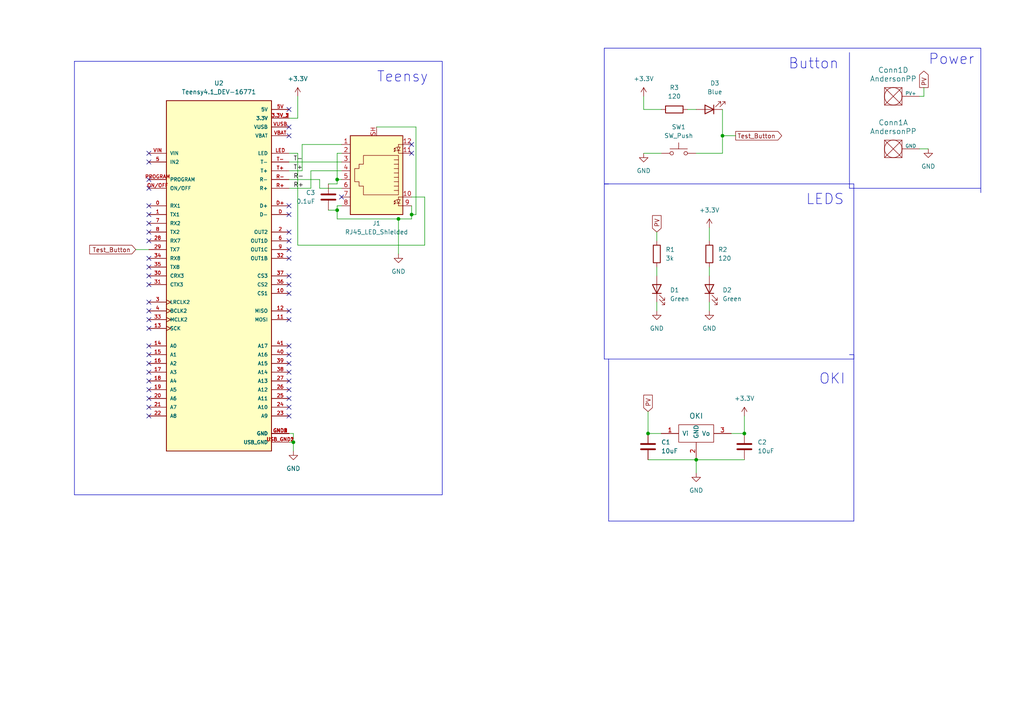
<source format=kicad_sch>
(kicad_sch (version 20230121) (generator eeschema)
  (paper "A4")
  (lib_symbols
    (symbol "Connector:RJ45_LED_Shielded" (pin_names (offset 1.016))
      (property "Reference" "J" (at -5.08 13.97 0))
      (property "Value" "RJ45_LED_Shielded" (at 1.27 13.97 0))
      (symbol "RJ45_LED_Shielded_0_1"
        (polyline (pts (xy -7.62 -7.62) (xy -6.35 -7.62)))
        (polyline (pts (xy -7.62 -5.08) (xy -6.35 -5.08)))
        (polyline (pts (xy -7.62 7.62) (xy -6.35 7.62)))
        (polyline (pts (xy -7.62 10.16) (xy -6.35 10.16)))
        (polyline (pts (xy -6.858 -5.842) (xy -5.842 -5.842)))
        (polyline (pts (xy -6.858 9.398) (xy -5.842 9.398)))
        (polyline (pts (xy -6.35 -7.62) (xy -6.35 -6.858)))
        (polyline (pts (xy -6.35 -5.08) (xy -6.35 -5.842)))
        (polyline (pts (xy -6.35 7.62) (xy -6.35 8.382)))
        (polyline (pts (xy -6.35 10.16) (xy -6.35 9.398)))
        (polyline (pts (xy -5.08 -6.223) (xy -5.207 -6.604)))
        (polyline (pts (xy -5.08 -5.588) (xy -5.207 -5.969)))
        (polyline (pts (xy -5.08 4.445) (xy -6.35 4.445)))
        (polyline (pts (xy -5.08 5.715) (xy -6.35 5.715)))
        (polyline (pts (xy -5.08 9.017) (xy -5.207 8.636)))
        (polyline (pts (xy -5.08 9.652) (xy -5.207 9.271)))
        (polyline (pts (xy -6.35 -3.175) (xy -5.08 -3.175) (xy -5.08 -3.175)))
        (polyline (pts (xy -6.35 -1.905) (xy -5.08 -1.905) (xy -5.08 -1.905)))
        (polyline (pts (xy -6.35 -0.635) (xy -5.08 -0.635) (xy -5.08 -0.635)))
        (polyline (pts (xy -6.35 0.635) (xy -5.08 0.635) (xy -5.08 0.635)))
        (polyline (pts (xy -6.35 1.905) (xy -5.08 1.905) (xy -5.08 1.905)))
        (polyline (pts (xy -5.588 -6.731) (xy -5.08 -6.223) (xy -5.461 -6.35)))
        (polyline (pts (xy -5.588 -6.096) (xy -5.08 -5.588) (xy -5.461 -5.715)))
        (polyline (pts (xy -5.588 8.509) (xy -5.08 9.017) (xy -5.461 8.89)))
        (polyline (pts (xy -5.588 9.144) (xy -5.08 9.652) (xy -5.461 9.525)))
        (polyline (pts (xy -5.08 3.175) (xy -6.35 3.175) (xy -6.35 3.175)))
        (polyline (pts (xy -6.35 -5.842) (xy -6.858 -6.858) (xy -5.842 -6.858) (xy -6.35 -5.842)))
        (polyline (pts (xy -6.35 9.398) (xy -6.858 8.382) (xy -5.842 8.382) (xy -6.35 9.398)))
        (polyline (pts (xy -6.35 -4.445) (xy -6.35 6.985) (xy 3.81 6.985) (xy 3.81 4.445) (xy 5.08 4.445) (xy 5.08 3.175) (xy 6.35 3.175) (xy 6.35 -0.635) (xy 5.08 -0.635) (xy 5.08 -1.905) (xy 3.81 -1.905) (xy 3.81 -4.445) (xy -6.35 -4.445) (xy -6.35 -4.445)))
        (rectangle (start 7.62 12.7) (end -7.62 -10.16) (stroke (width 0.254)) (fill (type background)))
      )
      (symbol "RJ45_LED_Shielded_1_1"
        (pin passive line (at 10.16 -7.62 180) (length 2.54) (name "~") (number "1"))
        (pin passive line (at -10.16 7.62 0) (length 2.54) (name "~") (number "10"))
        (pin passive line (at -10.16 -5.08 0) (length 2.54) (name "~") (number "11"))
        (pin passive line (at -10.16 -7.62 0) (length 2.54) (name "~") (number "12"))
        (pin passive line (at 10.16 -5.08 180) (length 2.54) (name "~") (number "2"))
        (pin passive line (at 10.16 -2.54 180) (length 2.54) (name "~") (number "3"))
        (pin passive line (at 10.16 0 180) (length 2.54) (name "~") (number "4"))
        (pin passive line (at 10.16 2.54 180) (length 2.54) (name "~") (number "5"))
        (pin passive line (at 10.16 5.08 180) (length 2.54) (name "~") (number "6"))
        (pin passive line (at 10.16 7.62 180) (length 2.54) (name "~") (number "7"))
        (pin passive line (at 10.16 10.16 180) (length 2.54) (name "~") (number "8"))
        (pin passive line (at -10.16 10.16 0) (length 2.54) (name "~") (number "9"))
        (pin passive line (at 0 -12.7 90) (length 2.54) (name "~") (number "SH"))
      )
    )
    (symbol "Device:C" (pin_numbers hide) (pin_names (offset 0.254))
      (property "Reference" "C" (at 0.635 2.54 0))
      (property "Value" "C" (at 0.635 -2.54 0))
      (symbol "C_0_1"
        (polyline (pts (xy -2.032 -0.762) (xy 2.032 -0.762)) (stroke (width 0.508)))
        (polyline (pts (xy -2.032 0.762) (xy 2.032 0.762)) (stroke (width 0.508)))
      )
      (symbol "C_1_1"
        (pin passive line (at 0 3.81 270) (length 2.794) (name "~") (number "1"))
        (pin passive line (at 0 -3.81 90) (length 2.794) (name "~") (number "2"))
      )
    )
    (symbol "Device:LED" (pin_numbers hide) (pin_names (offset 1.016) hide)
      (property "Reference" "D" (at 0 2.54 0))
      (property "Value" "LED" (at 0 -2.54 0))
      (symbol "LED_0_1"
        (polyline (pts (xy -1.27 -1.27) (xy -1.27 1.27)) (stroke (width 0.254)))
        (polyline (pts (xy -1.27 0) (xy 1.27 0)))
        (polyline (pts (xy 1.27 -1.27) (xy 1.27 1.27) (xy -1.27 0) (xy 1.27 -1.27)) (stroke (width 0.254)))
        (polyline (pts (xy -3.048 -0.762) (xy -4.572 -2.286) (xy -3.81 -2.286) (xy -4.572 -2.286) (xy -4.572 -1.524)))
        (polyline (pts (xy -1.778 -0.762) (xy -3.302 -2.286) (xy -2.54 -2.286) (xy -3.302 -2.286) (xy -3.302 -1.524)))
      )
      (symbol "LED_1_1"
        (pin passive line (at -3.81 0 0) (length 2.54) (name "K") (number "1"))
        (pin passive line (at 3.81 0 180) (length 2.54) (name "A") (number "2"))
      )
    )
    (symbol "Device:R" (pin_numbers hide) (pin_names (offset 0))
      (property "Reference" "R" (at 2.032 0 90))
      (property "Value" "R" (at 0 0 90))
      (symbol "R_0_1"
        (rectangle (start -1.016 -2.54) (end 1.016 2.54) (stroke (width 0.254)))
      )
      (symbol "R_1_1"
        (pin passive line (at 0 3.81 270) (length 1.27) (name "~") (number "1"))
        (pin passive line (at 0 -3.81 90) (length 1.27) (name "~") (number "2"))
      )
    )
    (symbol "MRDT_Connectors:AndersonPP" (pin_numbers hide) (pin_names (offset 0))
      (property "Reference" "Conn" (at 3.81 -1.27 0))
      (property "Value" "AndersonPP" (at 2.54 6.35 0))
      (symbol "AndersonPP_0_1"
        (polyline (pts (xy 0 5.08) (xy 5.08 0)))
        (polyline (pts (xy 5.08 5.08) (xy 0 0)))
        (rectangle (start 0 0) (end 5.08 5.08))
        (circle (center 2.54 2.54) (radius 2.54))
      )
      (symbol "AndersonPP_1_1"
        (pin input line (at 10.16 2.54 180) (length 5.08) (name "GND") (number "1"))
      )
      (symbol "AndersonPP_2_1"
        (pin input line (at 10.16 2.54 180) (length 5.08) (name "V+Log") (number "2"))
      )
      (symbol "AndersonPP_3_1"
        (pin input line (at 10.16 2.54 180) (length 5.08) (name "V+Act") (number "3"))
      )
      (symbol "AndersonPP_4_1"
        (pin input line (at 10.16 2.54 180) (length 5.08) (name "PV+") (number "4"))
      )
      (symbol "AndersonPP_5_1"
        (pin input line (at 10.16 2.54 180) (length 5.08) (name "~") (number "1"))
      )
    )
    (symbol "MRDT_Devices:OKI" (pin_names (offset 1.016))
      (property "Value" "OKI" (at 5.08 6.35 0))
      (symbol "OKI_0_1"
        (rectangle (start 0 0) (end 10.16 5.08))
      )
      (symbol "OKI_1_1"
        (pin input line (at -5.08 2.54 0) (length 5.08) (name "Vi") (number "1"))
        (pin output line (at 5.08 -5.08 90) (length 5.08) (name "GND") (number "2"))
        (pin output line (at 15.24 2.54 180) (length 5.08) (name "Vo") (number "3"))
      )
    )
    (symbol "MRDT_Shields:Teensy4.1_DEV-16771" (pin_names (offset 1.016))
      (property "Reference" "U" (at -15.24 52.07 0))
      (property "Value" "Teensy4.1_DEV-16771" (at -15.24 -53.34 0))
      (symbol "Teensy4.1_DEV-16771_0_0"
        (rectangle (start -15.24 -50.8) (end 15.24 50.8) (stroke (width 0.254)) (fill (type background)))
        (pin bidirectional line (at -20.32 20.32 0) (length 5.08) (name "RX1") (number "0"))
        (pin bidirectional line (at -20.32 17.78 0) (length 5.08) (name "TX1") (number "1"))
        (pin bidirectional line (at 20.32 -5.08 180) (length 5.08) (name "CS1") (number "10"))
        (pin bidirectional line (at 20.32 -12.7 180) (length 5.08) (name "MOSI") (number "11"))
        (pin bidirectional line (at 20.32 -10.16 180) (length 5.08) (name "MISO") (number "12"))
        (pin bidirectional clock (at -20.32 -15.24 0) (length 5.08) (name "SCK") (number "13"))
        (pin bidirectional line (at -20.32 -20.32 0) (length 5.08) (name "A0") (number "14"))
        (pin bidirectional line (at -20.32 -22.86 0) (length 5.08) (name "A1") (number "15"))
        (pin bidirectional line (at -20.32 -25.4 0) (length 5.08) (name "A2") (number "16"))
        (pin bidirectional line (at -20.32 -27.94 0) (length 5.08) (name "A3") (number "17"))
        (pin bidirectional line (at -20.32 -30.48 0) (length 5.08) (name "A4") (number "18"))
        (pin bidirectional line (at -20.32 -33.02 0) (length 5.08) (name "A5") (number "19"))
        (pin output line (at 20.32 12.7 180) (length 5.08) (name "OUT2") (number "2"))
        (pin bidirectional line (at -20.32 -35.56 0) (length 5.08) (name "A6") (number "20"))
        (pin bidirectional line (at -20.32 -38.1 0) (length 5.08) (name "A7") (number "21"))
        (pin bidirectional line (at -20.32 -40.64 0) (length 5.08) (name "A8") (number "22"))
        (pin bidirectional line (at 20.32 -40.64 180) (length 5.08) (name "A9") (number "23"))
        (pin bidirectional line (at 20.32 -38.1 180) (length 5.08) (name "A10") (number "24"))
        (pin bidirectional line (at 20.32 -35.56 180) (length 5.08) (name "A11") (number "25"))
        (pin bidirectional line (at 20.32 -33.02 180) (length 5.08) (name "A12") (number "26"))
        (pin bidirectional line (at 20.32 -30.48 180) (length 5.08) (name "A13") (number "27"))
        (pin bidirectional line (at -20.32 10.16 0) (length 5.08) (name "RX7") (number "28"))
        (pin bidirectional line (at -20.32 7.62 0) (length 5.08) (name "TX7") (number "29"))
        (pin bidirectional clock (at -20.32 -7.62 0) (length 5.08) (name "LRCLK2") (number "3"))
        (pin power_in line (at 20.32 45.72 180) (length 5.08) (name "3.3V") (number "3.3V_1"))
        (pin power_in line (at 20.32 45.72 180) (length 5.08) (name "3.3V") (number "3.3V_2"))
        (pin power_in line (at 20.32 45.72 180) (length 5.08) (name "3.3V") (number "3.3V_3"))
        (pin bidirectional line (at -20.32 0 0) (length 5.08) (name "CRX3") (number "30"))
        (pin bidirectional line (at -20.32 -2.54 0) (length 5.08) (name "CTX3") (number "31"))
        (pin output line (at 20.32 5.08 180) (length 5.08) (name "OUT1B") (number "32"))
        (pin bidirectional clock (at -20.32 -12.7 0) (length 5.08) (name "MCLK2") (number "33"))
        (pin bidirectional line (at -20.32 5.08 0) (length 5.08) (name "RX8") (number "34"))
        (pin bidirectional line (at -20.32 2.54 0) (length 5.08) (name "TX8") (number "35"))
        (pin bidirectional line (at 20.32 -2.54 180) (length 5.08) (name "CS2") (number "36"))
        (pin bidirectional line (at 20.32 0 180) (length 5.08) (name "CS3") (number "37"))
        (pin bidirectional line (at 20.32 -27.94 180) (length 5.08) (name "A14") (number "38"))
        (pin bidirectional line (at 20.32 -25.4 180) (length 5.08) (name "A15") (number "39"))
        (pin bidirectional clock (at -20.32 -10.16 0) (length 5.08) (name "BCLK2") (number "4"))
        (pin bidirectional line (at 20.32 -22.86 180) (length 5.08) (name "A16") (number "40"))
        (pin bidirectional line (at 20.32 -20.32 180) (length 5.08) (name "A17") (number "41"))
        (pin bidirectional line (at -20.32 33.02 0) (length 5.08) (name "IN2") (number "5"))
        (pin power_in line (at 20.32 48.26 180) (length 5.08) (name "5V") (number "5V"))
        (pin output line (at 20.32 10.16 180) (length 5.08) (name "OUT1D") (number "6"))
        (pin bidirectional line (at -20.32 15.24 0) (length 5.08) (name "RX2") (number "7"))
        (pin bidirectional line (at -20.32 12.7 0) (length 5.08) (name "TX2") (number "8"))
        (pin output line (at 20.32 7.62 180) (length 5.08) (name "OUT1C") (number "9"))
        (pin bidirectional line (at 20.32 17.78 180) (length 5.08) (name "D-") (number "D"))
        (pin bidirectional line (at 20.32 20.32 180) (length 5.08) (name "D+") (number "D+"))
        (pin power_in line (at 20.32 -45.72 180) (length 5.08) (name "GND") (number "GND1"))
        (pin power_in line (at 20.32 -45.72 180) (length 5.08) (name "GND") (number "GND2"))
        (pin power_in line (at 20.32 -45.72 180) (length 5.08) (name "GND") (number "GND3"))
        (pin power_in line (at 20.32 -45.72 180) (length 5.08) (name "GND") (number "GND4"))
        (pin power_in line (at 20.32 -45.72 180) (length 5.08) (name "GND") (number "GND5"))
        (pin bidirectional line (at 20.32 35.56 180) (length 5.08) (name "LED") (number "LED"))
        (pin bidirectional line (at -20.32 25.4 0) (length 5.08) (name "ON/OFF") (number "ON/OFF"))
        (pin bidirectional line (at -20.32 27.94 0) (length 5.08) (name "PROGRAM") (number "PROGRAM"))
        (pin bidirectional line (at 20.32 25.4 180) (length 5.08) (name "R+") (number "R+"))
        (pin bidirectional line (at 20.32 27.94 180) (length 5.08) (name "R-") (number "R-"))
        (pin bidirectional line (at 20.32 30.48 180) (length 5.08) (name "T+") (number "T+"))
        (pin bidirectional line (at 20.32 33.02 180) (length 5.08) (name "T-") (number "T-"))
        (pin power_in line (at 20.32 -48.26 180) (length 5.08) (name "USB_GND") (number "USB_GND1"))
        (pin power_in line (at 20.32 -48.26 180) (length 5.08) (name "USB_GND") (number "USB_GND2"))
        (pin passive line (at 20.32 40.64 180) (length 5.08) (name "VBAT") (number "VBAT"))
        (pin input line (at -20.32 35.56 0) (length 5.08) (name "VIN") (number "VIN"))
        (pin passive line (at 20.32 43.18 180) (length 5.08) (name "VUSB") (number "VUSB"))
      )
    )
    (symbol "Switch:SW_Push" (pin_numbers hide) (pin_names (offset 1.016) hide)
      (property "Reference" "SW" (at 1.27 2.54 0))
      (property "Value" "SW_Push" (at 0 -1.524 0))
      (symbol "SW_Push_0_1"
        (circle (center -2.032 0) (radius 0.508))
        (polyline (pts (xy 0 1.27) (xy 0 3.048)))
        (polyline (pts (xy 2.54 1.27) (xy -2.54 1.27)))
        (circle (center 2.032 0) (radius 0.508))
        (pin passive line (at -5.08 0 0) (length 2.54) (name "1") (number "1"))
        (pin passive line (at 5.08 0 180) (length 2.54) (name "2") (number "2"))
      )
    )
    (symbol "power:+3.3V" (power) (pin_names (offset 0))
      (property "Value" "+3.3V" (at 0 3.556 0))
      (symbol "+3.3V_0_1"
        (polyline (pts (xy -0.762 1.27) (xy 0 2.54)))
        (polyline (pts (xy 0 0) (xy 0 2.54)))
        (polyline (pts (xy 0 2.54) (xy 0.762 1.27)))
      )
      (symbol "+3.3V_1_1"
        (pin power_in line (at 0 0 90) (length 0) hide (name "+3.3V") (number "1"))
      )
    )
    (symbol "power:GND" (power) (pin_names (offset 0))
      (property "Value" "GND" (at 0 -3.81 0))
      (symbol "GND_0_1"
        (polyline (pts (xy 0 0) (xy 0 -1.27) (xy 1.27 -1.27) (xy 0 -2.54) (xy -1.27 -1.27) (xy 0 -1.27)))
      )
      (symbol "GND_1_1"
        (pin power_in line (at 0 0 270) (length 0) hide (name "GND") (number "1"))
      )
    )
  )
  (junction (at 187.96 125.73))
  (junction (at 201.93 133.35))
  (junction (at 215.9 125.73))
  (junction (at 85.09 128.27))
  (junction (at 115.57 63.5))
  (junction (at 97.79 60.96))
  (junction (at 97.79 52.07))
  (junction (at 209.55 39.37))
  (junction (at 119.38 62.23))
  (no_connect (at 83.82 90.17))
  (no_connect (at 83.82 102.87))
  (no_connect (at 83.82 85.09))
  (no_connect (at 83.82 115.57))
  (no_connect (at 43.18 46.99))
  (no_connect (at 83.82 82.55))
  (no_connect (at 83.82 31.75))
  (no_connect (at 83.82 69.85))
  (no_connect (at 83.82 110.49))
  (no_connect (at 43.18 90.17))
  (no_connect (at 83.82 105.41))
  (no_connect (at 83.82 113.03))
  (no_connect (at 83.82 59.69))
  (no_connect (at 43.18 52.07))
  (no_connect (at 43.18 113.03))
  (no_connect (at 99.06 57.15))
  (no_connect (at 83.82 107.95))
  (no_connect (at 83.82 74.93))
  (no_connect (at 43.18 62.23))
  (no_connect (at 43.18 80.01))
  (no_connect (at 43.18 74.93))
  (no_connect (at 119.38 44.45))
  (no_connect (at 119.38 41.91))
  (no_connect (at 43.18 100.33))
  (no_connect (at 83.82 62.23))
  (no_connect (at 43.18 105.41))
  (no_connect (at 43.18 44.45))
  (no_connect (at 83.82 72.39))
  (no_connect (at 43.18 115.57))
  (no_connect (at 83.82 92.71))
  (no_connect (at 43.18 120.65))
  (no_connect (at 43.18 110.49))
  (no_connect (at 43.18 69.85))
  (no_connect (at 83.82 100.33))
  (no_connect (at 43.18 77.47))
  (no_connect (at 83.82 120.65))
  (no_connect (at 43.18 107.95))
  (no_connect (at 43.18 118.11))
  (no_connect (at 83.82 118.11))
  (no_connect (at 83.82 67.31))
  (no_connect (at 83.82 39.37))
  (no_connect (at 43.18 87.63))
  (no_connect (at 43.18 67.31))
  (no_connect (at 83.82 80.01))
  (no_connect (at 43.18 64.77))
  (no_connect (at 43.18 82.55))
  (no_connect (at 43.18 59.69))
  (no_connect (at 43.18 102.87))
  (no_connect (at 83.82 36.83))
  (no_connect (at 43.18 92.71))
  (no_connect (at 43.18 54.61))
  (no_connect (at 43.18 95.25))
  (wire (pts (xy 123.19 71.12) (xy 123.19 57.15)))
  (polyline (pts (xy 175.26 53.34) (xy 176.53 53.34)))
  (wire (pts (xy 190.5 80.01) (xy 190.5 77.47)))
  (wire (pts (xy 201.93 137.16) (xy 201.93 133.35)))
  (wire (pts (xy 215.9 120.65) (xy 215.9 125.73)))
  (wire (pts (xy 119.38 63.5) (xy 115.57 63.5)))
  (wire (pts (xy 97.79 63.5) (xy 97.79 60.96)))
  (wire (pts (xy 83.82 125.73) (xy 85.09 125.73)))
  (wire (pts (xy 120.65 62.23) (xy 119.38 62.23)))
  (wire (pts (xy 190.5 67.31) (xy 190.5 69.85)))
  (polyline (pts (xy 246.38 54.61) (xy 284.48 54.61)))
  (wire (pts (xy 83.82 54.61) (xy 90.17 54.61)))
  (wire (pts (xy 187.96 133.35) (xy 201.93 133.35)))
  (wire (pts (xy 92.71 52.07) (xy 92.71 54.61)))
  (polyline (pts (xy 128.27 143.51) (xy 128.27 17.78)))
  (wire (pts (xy 209.55 44.45) (xy 201.93 44.45)))
  (wire (pts (xy 205.74 90.17) (xy 205.74 87.63)))
  (polyline (pts (xy 176.53 151.13) (xy 247.65 151.13)))
  (wire (pts (xy 97.79 60.96) (xy 97.79 59.69)))
  (wire (pts (xy 186.69 27.94) (xy 186.69 31.75)))
  (polyline (pts (xy 175.26 13.97) (xy 175.26 53.34)))
  (wire (pts (xy 215.9 125.73) (xy 212.09 125.73)))
  (polyline (pts (xy 247.65 53.34) (xy 247.65 104.14)))
  (wire (pts (xy 97.79 53.34) (xy 97.79 52.07)))
  (wire (pts (xy 201.93 31.75) (xy 199.39 31.75)))
  (polyline (pts (xy 176.53 104.14) (xy 176.53 151.13)))
  (wire (pts (xy 90.17 49.53) (xy 99.06 49.53)))
  (wire (pts (xy 209.55 39.37) (xy 213.36 39.37)))
  (wire (pts (xy 120.65 36.83) (xy 120.65 62.23)))
  (polyline (pts (xy 246.38 102.87) (xy 247.65 102.87)))
  (wire (pts (xy 85.09 130.81) (xy 85.09 128.27)))
  (wire (pts (xy 97.79 52.07) (xy 99.06 52.07)))
  (polyline (pts (xy 175.26 104.14) (xy 175.26 53.34)))
  (wire (pts (xy 97.79 59.69) (xy 99.06 59.69)))
  (wire (pts (xy 209.55 31.75) (xy 209.55 39.37)))
  (wire (pts (xy 97.79 44.45) (xy 97.79 52.07)))
  (polyline (pts (xy 21.59 143.51) (xy 128.27 143.51)))
  (wire (pts (xy 115.57 73.66) (xy 115.57 63.5)))
  (wire (pts (xy 86.36 71.12) (xy 123.19 71.12)))
  (wire (pts (xy 86.36 44.45) (xy 86.36 71.12)))
  (wire (pts (xy 83.82 49.53) (xy 87.63 49.53)))
  (wire (pts (xy 39.37 72.39) (xy 43.18 72.39)))
  (wire (pts (xy 119.38 59.69) (xy 119.38 62.23)))
  (wire (pts (xy 83.82 52.07) (xy 92.71 52.07)))
  (polyline (pts (xy 284.48 13.97) (xy 175.26 13.97)))
  (wire (pts (xy 205.74 80.01) (xy 205.74 77.47)))
  (wire (pts (xy 95.25 60.96) (xy 97.79 60.96)))
  (wire (pts (xy 92.71 54.61) (xy 99.06 54.61)))
  (wire (pts (xy 115.57 63.5) (xy 97.79 63.5)))
  (wire (pts (xy 209.55 39.37) (xy 209.55 44.45)))
  (wire (pts (xy 267.97 25.4) (xy 267.97 27.94)))
  (wire (pts (xy 109.22 36.83) (xy 120.65 36.83)))
  (wire (pts (xy 90.17 54.61) (xy 90.17 49.53)))
  (wire (pts (xy 186.69 44.45) (xy 191.77 44.45)))
  (polyline (pts (xy 284.48 13.97) (xy 284.48 55.88)))
  (polyline (pts (xy 175.26 53.34) (xy 247.65 53.34)))
  (wire (pts (xy 187.96 119.38) (xy 187.96 125.73)))
  (polyline (pts (xy 21.59 17.78) (xy 128.27 17.78)))
  (wire (pts (xy 267.97 27.94) (xy 266.7 27.94)))
  (wire (pts (xy 87.63 49.53) (xy 87.63 41.91)))
  (wire (pts (xy 85.09 128.27) (xy 83.82 128.27)))
  (wire (pts (xy 86.36 34.29) (xy 86.36 27.94)))
  (polyline (pts (xy 21.59 17.78) (xy 21.59 143.51)))
  (wire (pts (xy 85.09 125.73) (xy 85.09 128.27)))
  (wire (pts (xy 186.69 31.75) (xy 191.77 31.75)))
  (wire (pts (xy 83.82 46.99) (xy 99.06 46.99)))
  (wire (pts (xy 99.06 44.45) (xy 97.79 44.45)))
  (wire (pts (xy 201.93 133.35) (xy 215.9 133.35)))
  (wire (pts (xy 123.19 57.15) (xy 119.38 57.15)))
  (wire (pts (xy 269.24 43.18) (xy 266.7 43.18)))
  (polyline (pts (xy 247.65 151.13) (xy 247.65 102.87)))
  (wire (pts (xy 119.38 62.23) (xy 119.38 63.5)))
  (wire (pts (xy 83.82 34.29) (xy 86.36 34.29)))
  (wire (pts (xy 95.25 53.34) (xy 97.79 53.34)))
  (wire (pts (xy 187.96 125.73) (xy 191.77 125.73)))
  (wire (pts (xy 205.74 69.85) (xy 205.74 66.04)))
  (polyline (pts (xy 246.38 15.24) (xy 246.38 54.61)))
  (wire (pts (xy 83.82 44.45) (xy 86.36 44.45)))
  (wire (pts (xy 190.5 90.17) (xy 190.5 87.63)))
  (wire (pts (xy 87.63 41.91) (xy 99.06 41.91)))
  (polyline (pts (xy 247.65 104.14) (xy 175.26 104.14)))
  (text "Button" (at 228.6 20.32 0) (effects (font (size 3 3)) (justify left bottom)))
  (text "Teensy" (at 109.22 24.13 0) (effects (font (size 3 3)) (justify left bottom)))
  (text "Power\n" (at 269.24 19.05 0) (effects (font (size 3 3)) (justify left bottom)))
  (text "OKI" (at 237.49 111.76 0) (effects (font (size 3 3)) (justify left bottom)))
  (text "LEDS" (at 233.68 59.69 0) (effects (font (size 3 3)) (justify left bottom)))
  (label "R+" (at 85.09 54.61 0))
  (label "R-" (at 85.09 52.07 0))
  (label "T+" (at 85.09 49.53 0))
  (label "T-" (at 85.09 46.99 0))
  (global_label "PV" (shape input) (at 190.5 67.31 90) (property "Intersheetrefs" "${INTERSHEET_REFS}" (effects hide)))
  (global_label "PV" (shape input) (at 187.96 119.38 90) (property "Intersheetrefs" "${INTERSHEET_REFS}" (effects hide)))
  (global_label "PV" (shape output) (at 267.97 25.4 90) (property "Intersheetrefs" "${INTERSHEET_REFS}" (effects hide)))
  (global_label "Test_Button" (shape output) (at 213.36 39.37 0) (property "Intersheetrefs" "${INTERSHEET_REFS}" (effects hide)))
  (global_label "Test_Button" (shape input) (at 39.37 72.39 180) (property "Intersheetrefs" "${INTERSHEET_REFS}" (effects hide)))
  (symbol (lib_id "Device:LED") (at 205.74 31.75 180) (unit 1)
    (property "Reference" "D3" (at 207.3275 24.13 0))
    (property "Value" "Blue" (at 207.3275 26.67 0))
    (property "Footprint" "LED_SMD:LED_0603_1608Metric_Pad1.05x0.95mm_HandSolder" (effects hide))
  )
  (symbol (lib_id "power:GND") (at 269.24 43.18 0) (unit 1)
    (property "Reference" "#PWR01" (effects hide))
    (property "Value" "GND" (at 269.24 48.26 0))
  )
  (symbol (lib_id "MRDT_Shields:Teensy4.1_DEV-16771") (at 63.5 80.01 0) (unit 1)
    (property "Reference" "U2" (at 63.5 24.13 0))
    (property "Value" "Teensy4.1_DEV-16771" (at 63.5 26.67 0))
    (property "Footprint" "MRDT_Shields:Teensy_4_1_Ethernet" (effects hide))
    (property "STANDARD" "Manufacturer recommendations" (effects hide))
    (property "MAXIMUM_PACKAGE_HEIGHT" "4.07mm" (effects hide))
    (property "MANUFACTURER" "SparkFun Electronics" (effects hide))
    (property "PARTREV" "4.1" (effects hide))
  )
  (symbol (lib_id "MRDT_Connectors:AndersonPP") (at 256.54 30.48 0) (unit 4)
    (property "Reference" "Conn1" (at 259.08 20.32 0) (effects (font (size 1.524 1.524))))
    (property "Value" "AndersonPP" (at 259.08 22.86 0) (effects (font (size 1.524 1.524))))
    (property "Footprint" "MRDT_Connectors:Square_Anderson_2_H_Side_By_Side_PV" (effects hide))
  )
  (symbol (lib_id "Device:R") (at 190.5 73.66 0) (unit 1)
    (property "Reference" "R1" (at 193.04 72.39 0) (effects (justify left)))
    (property "Value" "3k" (at 193.04 74.93 0) (effects (justify left)))
    (property "Footprint" "Resistor_SMD:R_0603_1608Metric_Pad0.98x0.95mm_HandSolder" (effects hide))
  )
  (symbol (lib_id "Device:R") (at 205.74 73.66 0) (unit 1)
    (property "Reference" "R2" (at 208.28 72.39 0) (effects (justify left)))
    (property "Value" "120" (at 208.28 74.93 0) (effects (justify left)))
    (property "Footprint" "Resistor_SMD:R_0603_1608Metric_Pad0.98x0.95mm_HandSolder" (effects hide))
  )
  (symbol (lib_id "power:GND") (at 190.5 90.17 0) (unit 1)
    (property "Reference" "#PWR04" (effects hide))
    (property "Value" "GND" (at 190.5 95.25 0))
  )
  (symbol (lib_id "Device:R") (at 195.58 31.75 90) (unit 1)
    (property "Reference" "R3" (at 195.58 25.4 90))
    (property "Value" "120" (at 195.58 27.94 90))
    (property "Footprint" "Resistor_SMD:R_0603_1608Metric_Pad0.98x0.95mm_HandSolder" (effects hide))
  )
  (symbol (lib_id "MRDT_Devices:OKI") (at 196.85 128.27 0) (unit 1)
    (property "Reference" "U1" (effects hide))
    (property "Value" "OKI" (at 201.93 120.65 0) (effects (font (size 1.524 1.524))))
    (property "Footprint" "MRDT_Devices:OKI_Horizontal" (effects hide))
  )
  (symbol (lib_id "Device:LED") (at 190.5 83.82 90) (unit 1)
    (property "Reference" "D1" (at 194.31 84.1375 90) (effects (justify right)))
    (property "Value" "Green" (at 194.31 86.6775 90) (effects (justify right)))
    (property "Footprint" "LED_SMD:LED_0603_1608Metric_Pad1.05x0.95mm_HandSolder" (effects hide))
  )
  (symbol (lib_id "MRDT_Connectors:AndersonPP") (at 256.54 45.72 0) (unit 1)
    (property "Reference" "Conn1" (at 259.08 35.56 0) (effects (font (size 1.524 1.524))))
    (property "Value" "AndersonPP" (at 259.08 38.1 0) (effects (font (size 1.524 1.524))))
    (property "Footprint" "MRDT_Connectors:Square_Anderson_2_H_Side_By_Side_PV" (effects hide))
  )
  (symbol (lib_id "power:+3.3V") (at 205.74 66.04 0) (unit 1)
    (property "Reference" "#PWR06" (effects hide))
    (property "Value" "+3.3V" (at 205.74 60.96 0))
  )
  (symbol (lib_id "Device:C") (at 95.25 57.15 0) (mirror x) (unit 1)
    (property "Reference" "C3" (at 91.44 55.88 0) (effects (justify right)))
    (property "Value" "0.1uF" (at 91.44 58.42 0) (effects (justify right)))
    (property "Footprint" "Capacitor_SMD:C_0603_1608Metric_Pad1.08x0.95mm_HandSolder" (effects hide))
  )
  (symbol (lib_id "power:GND") (at 85.09 130.81 0) (unit 1)
    (property "Reference" "#PWR08" (effects hide))
    (property "Value" "GND" (at 85.09 135.89 0))
  )
  (symbol (lib_id "Connector:RJ45_LED_Shielded") (at 109.22 49.53 180) (unit 1)
    (property "Reference" "J1" (at 109.22 64.77 0))
    (property "Value" "RJ45_LED_Shielded" (at 109.22 67.31 0))
    (property "Footprint" "MRDT_Connectors:RJ45_Teensy" (effects hide))
  )
  (symbol (lib_id "power:GND") (at 115.57 73.66 0) (unit 1)
    (property "Reference" "#PWR09" (effects hide))
    (property "Value" "GND" (at 115.57 78.74 0))
  )
  (symbol (lib_id "Device:LED") (at 205.74 83.82 90) (unit 1)
    (property "Reference" "D2" (at 209.55 84.1375 90) (effects (justify right)))
    (property "Value" "Green" (at 209.55 86.6775 90) (effects (justify right)))
    (property "Footprint" "LED_SMD:LED_0603_1608Metric_Pad1.05x0.95mm_HandSolder" (effects hide))
  )
  (symbol (lib_id "power:GND") (at 186.69 44.45 0) (unit 1)
    (property "Reference" "#PWR011" (effects hide))
    (property "Value" "GND" (at 186.69 49.53 0))
  )
  (symbol (lib_id "power:+3.3V") (at 186.69 27.94 0) (unit 1)
    (property "Reference" "#PWR010" (effects hide))
    (property "Value" "+3.3V" (at 186.69 22.86 0))
  )
  (symbol (lib_id "Device:C") (at 187.96 129.54 0) (unit 1)
    (property "Reference" "C1" (at 191.77 128.27 0) (effects (justify left)))
    (property "Value" "10uF" (at 191.77 130.81 0) (effects (justify left)))
    (property "Footprint" "Capacitor_SMD:C_0603_1608Metric_Pad1.08x0.95mm_HandSolder" (effects hide))
  )
  (symbol (lib_id "power:+3.3V") (at 86.36 27.94 0) (unit 1)
    (property "Reference" "#PWR07" (effects hide))
    (property "Value" "+3.3V" (at 86.36 22.86 0))
  )
  (symbol (lib_id "power:GND") (at 201.93 137.16 0) (unit 1)
    (property "Reference" "#PWR02" (effects hide))
    (property "Value" "GND" (at 201.93 142.24 0))
  )
  (symbol (lib_id "power:+3.3V") (at 215.9 120.65 0) (unit 1)
    (property "Reference" "#PWR03" (effects hide))
    (property "Value" "+3.3V" (at 215.9 115.57 0))
  )
  (symbol (lib_id "Switch:SW_Push") (at 196.85 44.45 0) (unit 1)
    (property "Reference" "SW1" (at 196.85 36.83 0))
    (property "Value" "SW_Push" (at 196.85 39.37 0))
    (property "Footprint" "Button_Switch_SMD:SW_SPST_TL3305A" (effects hide))
  )
  (symbol (lib_id "power:GND") (at 205.74 90.17 0) (unit 1)
    (property "Reference" "#PWR05" (effects hide))
    (property "Value" "GND" (at 205.74 95.25 0))
  )
  (symbol (lib_id "Device:C") (at 215.9 129.54 0) (unit 1)
    (property "Reference" "C2" (at 219.71 128.27 0) (effects (justify left)))
    (property "Value" "10uF" (at 219.71 130.81 0) (effects (justify left)))
    (property "Footprint" "Capacitor_SMD:C_0603_1608Metric_Pad1.08x0.95mm_HandSolder" (effects hide))
  )
)
</source>
